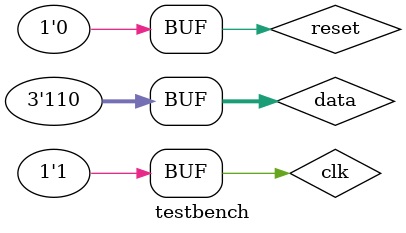
<source format=v>
module testbench;
  
  // Parameters
  parameter CLK_PERIOD = 10;
  
  // Inputs
  reg clk;
  reg reset;
  reg [2:0] data;
  
  // Outputs
  wire sequence_found;
  
  // Instantiate the sequence detector module
  sequence_detector dut (
    .clk(clk),
    .rst_n(reset),
    .data(data),
    .seq_found(sequence_found)
  );
  
  // Clock generation
  always begin
    clk = 0;
    #(CLK_PERIOD/2);
    clk = 1;
    #(CLK_PERIOD/2);
  end
  
  // Reset generation
  initial begin
    reset = 1;
    #CLK_PERIOD;
    reset = 0;
  end
  
  // Test cases
  initial begin
    // Test case 1: Minimum input values
    data = 3'b001;
    #(CLK_PERIOD*10);
    if (sequence_found)
      $display("Test case 1: Passed");
    else
      $display("Test case 1: Failed");
    
    // Test case 2: Maximum input values
    data = 3'b101;
    #(CLK_PERIOD*10);
    if (sequence_found)
      $display("Test case 2: Passed");
    else
      $display("Test case 2: Failed");
    
    // Test case 3: Sequence not present
    data = 3'b111;
    #(CLK_PERIOD*10);
    if (!sequence_found)
      $display("Test case 3: Passed");
    else
      $display("Test case 3: Failed");
    
    // Test case 4: Overlapping sequences
    data = 3'b001;
    #(CLK_PERIOD*10);
    if (!sequence_found)
      $display("Test case 4: Passed");
    else
      $display("Test case 4: Failed");
    
    data = 3'b101;
    #(CLK_PERIOD*10);
    if (sequence_found)
      $display("Test case 4: Passed");
    else
      $display("Test case 4: Failed");
    
    // Test case 5: Multiple sequences in a row
    data = 3'b001;
    #(CLK_PERIOD*10);
    if (sequence_found)
      $display("Test case 5: Passed");
    else
      $display("Test case 5: Failed");
    
    data = 3'b101;
    #(CLK_PERIOD*10);
    if (sequence_found)
      $display("Test case 5: Passed");
    else
      $display("Test case 5: Failed");
    
    data = 3'b110;
    #(CLK_PERIOD*10);
    if (sequence_found)
      $display("Test case 5: Passed");
    else
      $display("Test case 5: Failed");
  end
  
  // Dump waveform for GTKWave
  initial begin
    $dumpfile("WaveOutput.vcd");
    $dumpvars(0, testbench);
  end
  
endmodule

</source>
